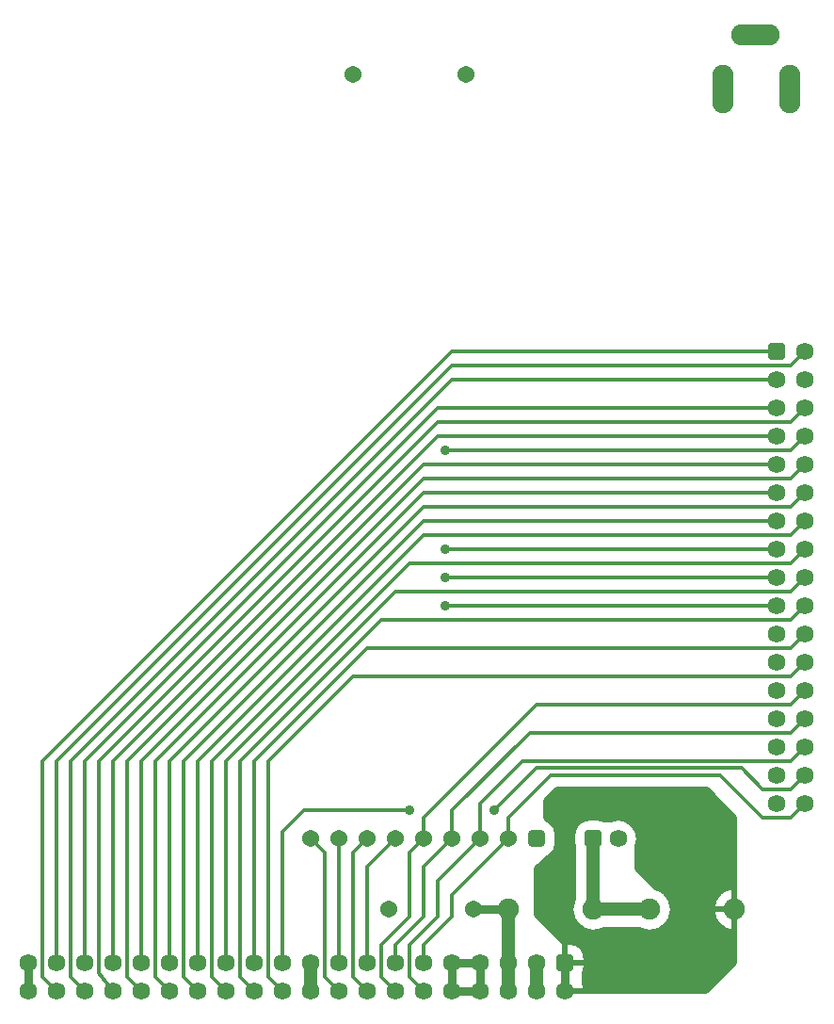
<source format=gbl>
G04*
G04  File:            FDC_SUB1.GBL, Sun May 18 08:49:25 2025*
G04  Source:          P-CAD 2002 PCB (6/400), Version 17.00.50, (N:\DATA1\TNB\FDC\PIC_FDC\SUB1\FDC_SUB1.PCB)*
G04  Format:          Gerber Format (RS-274-D), ASCII*
G04*
G04  Format Options:  Absolute Positioning*
G04                   Leading-Zero Suppression*
G04                   Scale Factor 1:1*
G04                   NO Circular Interpolation*
G04                   Millimeter Units*
G04                   Numeric Format: 5.3 (XXXXX.XXX)*
G04                   G54 Used for Aperture Change*
G04                   Apertures Embedded*
G04*
G04  File Options:    Offset = (0.000mm,0.000mm)*
G04                   Drill Symbol Size = 2.032mm*
G04                   No Pad/Via Holes*
G04*
G04  File Contents:   Pads*
G04                   Vias*
G04                   No Designators*
G04                   No Types*
G04                   No Values*
G04                   No Drill Symbols*
G04                   Bottom*
G04*
%INFDC_SUB1.GBL*%
%ICAS*%
%MOMM*%
G04*
G04  Aperture MACROs for general use --- invoked via D-code assignment *
G04*
G04  General MACRO for flashed round with rotation and/or offset hole *
%AMROTOFFROUND*
1,1,$1,0.0000,0.0000*
1,0,$2,$3,$4*%
G04*
G04  General MACRO for flashed oval (obround) with rotation and/or offset hole *
%AMROTOFFOVAL*
21,1,$1,$2,0.0000,0.0000,$3*
1,1,$4,$5,$6*
1,1,$4,0-$5,0-$6*
1,0,$7,$8,$9*%
G04*
G04  General MACRO for flashed oval (obround) with rotation and no hole *
%AMROTOVALNOHOLE*
21,1,$1,$2,0.0000,0.0000,$3*
1,1,$4,$5,$6*
1,1,$4,0-$5,0-$6*%
G04*
G04  General MACRO for flashed rectangle with rotation and/or offset hole *
%AMROTOFFRECT*
21,1,$1,$2,0.0000,0.0000,$3*
1,0,$4,$5,$6*%
G04*
G04  General MACRO for flashed rectangle with rotation and no hole *
%AMROTRECTNOHOLE*
21,1,$1,$2,0.0000,0.0000,$3*%
G04*
G04  General MACRO for flashed rounded-rectangle *
%AMROUNDRECT*
21,1,$1,$2-$4,0.0000,0.0000,$3*
21,1,$1-$4,$2,0.0000,0.0000,$3*
1,1,$4,$5,$6*
1,1,$4,$7,$8*
1,1,$4,0-$5,0-$6*
1,1,$4,0-$7,0-$8*
1,0,$9,$10,$11*%
G04*
G04  General MACRO for flashed rounded-rectangle with rotation and no hole *
%AMROUNDRECTNOHOLE*
21,1,$1,$2-$4,0.0000,0.0000,$3*
21,1,$1-$4,$2,0.0000,0.0000,$3*
1,1,$4,$5,$6*
1,1,$4,$7,$8*
1,1,$4,0-$5,0-$6*
1,1,$4,0-$7,0-$8*%
G04*
G04  General MACRO for flashed regular polygon *
%AMREGPOLY*
5,1,$1,0.0000,0.0000,$2,$3+$4*
1,0,$5,$6,$7*%
G04*
G04  General MACRO for flashed regular polygon with no hole *
%AMREGPOLYNOHOLE*
5,1,$1,0.0000,0.0000,$2,$3+$4*%
G04*
G04  General MACRO for target *
%AMTARGET*
6,0,0,$1,$2,$3,4,$4,$5,$6*%
G04*
G04  General MACRO for mounting hole *
%AMMTHOLE*
1,1,$1,0,0*
1,0,$2,0,0*
$1=$1-$2*
$1=$1/2*
21,1,$2+$1,$3,0,0,$4*
21,1,$3,$2+$1,0,0,$4*%
G04*
G04*
G04  D10 : "Ellipse X0.254mm Y0.254mm H0.000mm 0.0deg (0.000mm,0.000mm) Draw"*
G04  Disc: OuterDia=0.2540*
%ADD10C, 0.2540*%
G04  D11 : "Ellipse X0.320mm Y0.320mm H0.000mm 0.0deg (0.000mm,0.000mm) Draw"*
G04  Disc: OuterDia=0.3200*
%ADD11C, 0.3200*%
G04  D12 : "Ellipse X0.400mm Y0.400mm H0.000mm 0.0deg (0.000mm,0.000mm) Draw"*
G04  Disc: OuterDia=0.4000*
%ADD12C, 0.4000*%
G04  D13 : "Ellipse X0.500mm Y0.500mm H0.000mm 0.0deg (0.000mm,0.000mm) Draw"*
G04  Disc: OuterDia=0.5000*
%ADD13C, 0.5000*%
G04  D14 : "Ellipse X0.100mm Y0.100mm H0.000mm 0.0deg (0.000mm,0.000mm) Draw"*
G04  Disc: OuterDia=0.1000*
%ADD14C, 0.1000*%
G04  D15 : "Ellipse X0.800mm Y0.800mm H0.000mm 0.0deg (0.000mm,0.000mm) Draw"*
G04  Disc: OuterDia=0.8000*
%ADD15C, 0.8000*%
G04  D16 : "Ellipse X1.000mm Y1.000mm H0.000mm 0.0deg (0.000mm,0.000mm) Draw"*
G04  Disc: OuterDia=1.0000*
%ADD16C, 1.0000*%
G04  D17 : "Ellipse X1.200mm Y1.200mm H0.000mm 0.0deg (0.000mm,0.000mm) Draw"*
G04  Disc: OuterDia=1.2000*
%ADD17C, 1.2000*%
G04  D18 : "Ellipse X0.200mm Y0.200mm H0.000mm 0.0deg (0.000mm,0.000mm) Draw"*
G04  Disc: OuterDia=0.2000*
%ADD18C, 0.2000*%
G04  D19 : "Ellipse X0.250mm Y0.250mm H0.000mm 0.0deg (0.000mm,0.000mm) Draw"*
G04  Disc: OuterDia=0.2500*
%ADD19C, 0.2500*%
G04  D20 : "Ellipse X3.581mm Y3.581mm H0.000mm 0.0deg (0.000mm,0.000mm) Flash"*
G04  Disc: OuterDia=3.5810*
%ADD20C, 3.5810*%
G04  D21 : "Ellipse X3.981mm Y3.981mm H0.000mm 0.0deg (0.000mm,0.000mm) Flash"*
G04  Disc: OuterDia=3.9810*
%ADD21C, 3.9810*%
G04  D22 : "Ellipse X1.540mm Y1.540mm H0.000mm 0.0deg (0.000mm,0.000mm) Flash"*
G04  Disc: OuterDia=1.5400*
%ADD22C, 1.5400*%
G04  D23 : "Ellipse X1.590mm Y1.590mm H0.000mm 0.0deg (0.000mm,0.000mm) Flash"*
G04  Disc: OuterDia=1.5900*
%ADD23C, 1.5900*%
G04  D24 : "Ellipse X1.900mm Y1.900mm H0.000mm 0.0deg (0.000mm,0.000mm) Flash"*
G04  Disc: OuterDia=1.9000*
%ADD24C, 1.9000*%
G04  D25 : "Ellipse X1.921mm Y1.921mm H0.000mm 0.0deg (0.000mm,0.000mm) Flash"*
G04  Disc: OuterDia=1.9210*
%ADD25C, 1.9210*%
G04  D26 : "Ellipse X1.971mm Y1.971mm H0.000mm 0.0deg (0.000mm,0.000mm) Flash"*
G04  Disc: OuterDia=1.9710*
%ADD26C, 1.9710*%
G04  D27 : "Ellipse X2.281mm Y2.281mm H0.000mm 0.0deg (0.000mm,0.000mm) Flash"*
G04  Disc: OuterDia=2.2810*
%ADD27C, 2.2810*%
G04  D28 : "Mounting Hole X3.200mm Y3.200mm H0.000mm 0.0deg (0.000mm,0.000mm) Flash"*
G04  Mounting Hole: Diameter=3.2000, Rotation=0.0, LineWidth=0.1270 *
%ADD28MTHOLE, 3.2000 X2.6920 X0.1270 X0.0*%
G04  D29 : "Mounting Hole X3.600mm Y3.600mm H0.000mm 0.0deg (0.000mm,0.000mm) Flash"*
G04  Mounting Hole: Diameter=3.6000, Rotation=0.0, LineWidth=0.1270 *
%ADD29MTHOLE, 3.6000 X3.0920 X0.1270 X0.0*%
G04  D30 : "Rounded Rectangle X1.540mm Y1.540mm H0.000mm 0.0deg (0.000mm,0.000mm) Flash"*
G04  RoundRct: DimX=1.5400, DimY=1.5400, CornerRad=0.3850, Rotation=0.0, OffsetX=0.0000, OffsetY=0.0000, HoleDia=0.0000 *
%ADD30ROUNDRECTNOHOLE, 1.5400 X1.5400 X0.0 X0.7700 X-0.3850 X-0.3850 X-0.3850 X0.3850*%
G04  D31 : "Rounded Rectangle X1.590mm Y1.590mm H0.000mm 0.0deg (0.000mm,0.000mm) Flash"*
G04  RoundRct: DimX=1.5900, DimY=1.5900, CornerRad=0.3975, Rotation=0.0, OffsetX=0.0000, OffsetY=0.0000, HoleDia=0.0000 *
%ADD31ROUNDRECTNOHOLE, 1.5900 X1.5900 X0.0 X0.7950 X-0.3975 X-0.3975 X-0.3975 X0.3975*%
G04  D32 : "Rounded Rectangle X1.921mm Y1.921mm H0.000mm 0.0deg (0.000mm,0.000mm) Flash"*
G04  RoundRct: DimX=1.9210, DimY=1.9210, CornerRad=0.4803, Rotation=0.0, OffsetX=0.0000, OffsetY=0.0000, HoleDia=0.0000 *
%ADD32ROUNDRECTNOHOLE, 1.9210 X1.9210 X0.0 X0.9605 X-0.4803 X-0.4803 X-0.4803 X0.4803*%
G04  D33 : "Rounded Rectangle X1.971mm Y1.971mm H0.000mm 0.0deg (0.000mm,0.000mm) Flash"*
G04  RoundRct: DimX=1.9710, DimY=1.9710, CornerRad=0.4928, Rotation=0.0, OffsetX=0.0000, OffsetY=0.0000, HoleDia=0.0000 *
%ADD33ROUNDRECTNOHOLE, 1.9710 X1.9710 X0.0 X0.9855 X-0.4928 X-0.4928 X-0.4928 X0.4928*%
G04  D34 : "Rectangle X1.900mm Y1.900mm H0.000mm 0.0deg (0.000mm,0.000mm) Flash"*
G04  Square: Side=1.9000, Rotation=0.0, OffsetX=0.0000, OffsetY=0.0000, HoleDia=0.0000*
%ADD34R, 1.9000 X1.9000*%
G04  D35 : "Rectangle X2.281mm Y2.281mm H0.000mm 0.0deg (0.000mm,0.000mm) Flash"*
G04  Square: Side=2.2810, Rotation=0.0, OffsetX=0.0000, OffsetY=0.0000, HoleDia=0.0000*
%ADD35R, 2.2810 X2.2810*%
G04  D36 : "Ellipse X0.900mm Y0.900mm H0.000mm 0.0deg (0.000mm,0.000mm) Flash"*
G04  Disc: OuterDia=0.9000*
%ADD36C, 0.9000*%
G04  D37 : "Ellipse X1.281mm Y1.281mm H0.000mm 0.0deg (0.000mm,0.000mm) Flash"*
G04  Disc: OuterDia=1.2810*
%ADD37C, 1.2810*%
G04*
%FSLAX53Y53*%
%SFA1B1*%
%OFA0.000B0.000*%
G04*
G71*
G90*
G01*
D2*
%LNBottom*%
G54D11*
X105410Y80962*
X104140Y82232D1*
X113030Y80962D2*
X111760Y82232D1*
X110490Y80962D2*
X109220Y82550D1*
X118110Y80962D2*
X116840Y82232D1*
X120650Y80962D2*
X119380Y82232D1*
X125730Y80962D2*
X124460Y82232D1*
X125730Y95250D2*
X127635Y97155D1*
X135890Y80962D2*
X134620Y82232D1*
X132080D2*
X133350Y80962D1*
Y92075D2*
X135890Y94615D1*
X132080Y93345D2*
X133350Y94615D1*
D2*
G54D15*
X143510Y80962*
X140970D1*
D2*
G54D11*
X139700Y90805*
Y87630D1*
X140970Y89535D2*
Y87630D1*
X138430Y85090*
X143510Y97790D2*
Y94615D1*
X140970Y97155D2*
Y94615D1*
X138430Y96520D2*
Y94615D1*
Y92075D2*
X140970Y94615D1*
X146050Y96520D2*
Y94615D1*
X151765Y100330D2*
X149860D1*
D2*
G54D17*
X153670Y88265*
X158750D1*
D2*
G54D11*
X172720Y97790*
X171450Y96520D1*
X168910*
X172720Y102870D2*
X171450Y101600D1*
X172720Y105410D2*
X171450Y104140D1*
X172720Y110490D2*
X171450Y109220D1*
X172720Y113030D2*
X171450Y111760D1*
X172720Y118110D2*
X171450Y116840D1*
X172720Y120650D2*
X171450Y119380D1*
X172720Y125730D2*
X171450Y124460D1*
X172720Y128270D2*
X171450Y127000D1*
X172720Y133350D2*
X171450Y132080D1*
D2*
G54D15*
X102870Y80962*
Y83502D1*
D2*
G54D17*
X128270Y80962*
Y83502D1*
D2*
G54D11*
X130810*
Y94615D1*
X133350Y92075D2*
Y83502D1*
X132080Y82232D2*
Y93345D1*
X135890Y83502D2*
Y85090D1*
X134620Y82232D2*
Y85090D1*
D2*
G54D15*
X140970Y80962*
Y83502D1*
X143510D2*
X140970D1*
X143510Y80962D2*
Y83502D1*
D2*
G54D11*
Y94615*
X139700Y90805D1*
X138430Y92075D2*
Y87630D1*
Y85090D2*
Y83502D1*
D2*
G54D17*
X148590Y80962*
Y83502D1*
X146050Y80962D2*
Y83502D1*
Y88265D2*
Y83502D1*
D2*
G54D15*
X151130Y80962*
Y83502D1*
D2*
G54D11*
X149860Y100330*
X146050Y96520D1*
D2*
G54D17*
X153670Y94615*
Y88265D1*
D2*
G54D11*
X172720Y100330*
X171450Y99060D1*
X172720Y107950D2*
X171450Y106680D1*
X172720Y123190D2*
X171450Y121920D1*
X172720Y115570D2*
X171450Y114300D1*
Y99060D2*
X168910D1*
X171450Y137160D2*
X172720Y138430D1*
X171450Y129540D2*
X172720Y130810D1*
X105410Y83502D2*
Y101600D1*
X104140Y82232D2*
Y101600D1*
X111760Y82232D2*
Y101600D1*
X110490Y83502D2*
Y101600D1*
X109220Y82550D2*
Y101600D1*
X107950Y83502D2*
Y101600D1*
X113030Y83502D2*
Y101600D1*
X120650Y83502D2*
Y101600D1*
X119380Y82232D2*
Y101600D1*
X115570Y83502D2*
Y101600D1*
X116840Y82232D2*
Y101600D1*
X118110Y83502D2*
Y101600D1*
X123190Y83502D2*
Y101600D1*
X124460Y82232D2*
Y101600D1*
X125730Y83502D2*
Y95250D1*
X107950Y80962D2*
X106680Y82232D1*
X115570Y80962D2*
X114300Y82232D1*
X123190Y80962D2*
X121920Y82232D1*
X130810Y80962D2*
X129540Y82232D1*
X138430Y80962D2*
X137160Y82232D1*
X134620Y85090D2*
X137160Y87630D1*
X135890Y85090D2*
X138430Y87630D1*
X137160Y85090D2*
X139700Y87630D1*
D2*
G54D15*
X142875Y88265*
X146050D1*
D2*
G54D11*
X129540Y93345*
X128270Y94615D1*
X127635Y97155D2*
X137160D1*
X138430Y94615D2*
X137160Y93345D1*
X129540D2*
Y82232D1*
X137160Y93345D2*
Y87630D1*
X140970Y89535D2*
X146050Y94615D1*
X137160Y82232D2*
Y85090D1*
X148590Y100965D2*
X144780Y97155D1*
X147320Y101600D2*
X143510Y97790D1*
X147955Y104140D2*
X140970Y97155D1*
X138430Y96520D2*
X148590Y106680D1*
X167005Y100965D2*
X168910Y99060D1*
X165100Y100330D2*
X168910Y96520D1*
X121920Y82232D2*
Y101600D1*
X114300Y82232D2*
Y101600D1*
X106680Y82232D2*
Y101600D1*
X151765Y100330D2*
X165100D1*
X148590Y100965D2*
X167005D1*
X171450Y101600D2*
X147320D1*
X171450Y104140D2*
X147955D1*
X124460Y101600D2*
X132080Y109220D1*
X133350Y111760D2*
X123190Y101600D1*
X134620Y114300D2*
X121920Y101600D1*
X135890Y116840D2*
X120650Y101600D1*
X119380D2*
X137160Y119380D1*
X118110Y101600D2*
X138430Y121920D1*
X116840Y101600D2*
X138430Y123190D1*
X115570Y101600D2*
X138430Y124460D1*
X148590Y106680D2*
X171450D1*
X114300Y101600D2*
X138430Y125730D1*
X113030Y101600D2*
X138430Y127000D1*
X111760Y101600D2*
X138430Y128270D1*
X110490Y101600D2*
X139700Y130810D1*
X109220Y101600D2*
X139700Y132080D1*
X107950Y101600D2*
X139700Y133350D1*
D2*
G54D13*
X150402Y99020*
X149383Y98001D1*
Y96520*
X149586Y96317*
X150009Y96034*
X150326Y95559*
X150438Y95000*
Y94230*
X150326Y93670*
X150009Y93195*
X149586Y92912*
X148590Y91916*
Y87788*
X151002Y85375*
X151527*
X152092Y85263*
X152571Y84943*
X152891Y84464*
X153003Y83900*
Y83105*
X152891Y82540*
X152876Y82518*
Y81640*
X153011Y80962*
X163830*
X166370Y83502*
Y86225*
X165589Y86381*
X164928Y86823*
X164486Y87484*
X164330Y88265*
X164486Y89045*
X164928Y89706*
X165589Y90148*
X166370Y90304*
Y96520*
X163869Y99020*
X150402*
X155214Y96361D2*
X155892Y96496D1*
X156612Y96352*
X157222Y95945*
X157630Y95334*
X157773Y94615*
X157638Y93936*
Y91916*
X159375Y90179*
X159530Y90148*
X160191Y89706*
X160633Y89045*
X160789Y88265*
X160633Y87484*
X160191Y86823*
X159530Y86381*
X158750Y86225*
X157969Y86381*
X157822Y86479*
X154597*
X154450Y86381*
X153670Y86225*
X152889Y86381*
X152228Y86823*
X151786Y87484*
X151630Y88265*
X151786Y89045*
X151884Y89192*
Y93778*
X151796Y94217*
Y95012*
X151908Y95577*
X152228Y96056*
X152707Y96376*
X153272Y96488*
X154067*
X154632Y96376*
X154654Y96361*
X155214*
X153011Y80962D2*
X163830D1*
X152936Y81337D2*
X164205D1*
X152876Y81712D2*
X164580D1*
X152876Y82087D2*
X164955D1*
X152876Y82462D2*
X165330D1*
X152950Y82837D2*
X165705D1*
X153003Y83212D2*
X166080D1*
X153003Y83587D2*
X166370D1*
X152990Y83962D2*
X166370D1*
X152916Y84337D2*
X166370D1*
X152725Y84712D2*
X166370D1*
X152355Y85087D2*
X166370D1*
X150916Y85462D2*
X166370D1*
X150541Y85837D2*
X166370D1*
X150166Y86212D2*
X166370D1*
X149791Y86587D2*
X152580D1*
X159839D2*
X165280D1*
X149416Y86962D2*
X152134D1*
X160285D2*
X164834D1*
X149041Y87337D2*
X151884D1*
X160535D2*
X164584D1*
X148666Y87712D2*
X151740D1*
X160679D2*
X164440D1*
X148590Y88087D2*
X151666D1*
X160753D2*
X164366D1*
X148590Y88462D2*
X151670D1*
X160749D2*
X164370D1*
X148590Y88837D2*
X151744D1*
X160675D2*
X164444D1*
X148590Y89212D2*
X151884D1*
X160522D2*
X164597D1*
X148590Y89587D2*
X151884D1*
X160271D2*
X164848D1*
X148590Y89962D2*
X151884D1*
X159809D2*
X165310D1*
X148590Y90337D2*
X151884D1*
X159217D2*
X166370D1*
X148590Y90712D2*
X151884D1*
X158842D2*
X166370D1*
X148590Y91087D2*
X151884D1*
X158467D2*
X166370D1*
X148590Y91462D2*
X151884D1*
X158092D2*
X166370D1*
X148590Y91837D2*
X151884D1*
X157717D2*
X166370D1*
X148886Y92212D2*
X151884D1*
X157638D2*
X166370D1*
X149261Y92587D2*
X151884D1*
X157638D2*
X166370D1*
X149660Y92962D2*
X151884D1*
X157638D2*
X166370D1*
X150104Y93337D2*
X151884D1*
X157638D2*
X166370D1*
X150335Y93712D2*
X151884D1*
X157638D2*
X166370D1*
X150409Y94087D2*
X151822D1*
X157668D2*
X166370D1*
X150438Y94462D2*
X151796D1*
X157743D2*
X166370D1*
X150438Y94837D2*
X151796D1*
X157729D2*
X166370D1*
X150395Y95212D2*
X151836D1*
X157654D2*
X166370D1*
X150308Y95587D2*
X151915D1*
X157461D2*
X166370D1*
X150057Y95962D2*
X152166D1*
X157196D2*
X166370D1*
X149566Y96337D2*
X152650D1*
X156635D2*
X166370D1*
X149383Y96712D2*
X166177D1*
X149383Y97087D2*
X165802D1*
X149383Y97462D2*
X165427D1*
X149383Y97837D2*
X165052D1*
X149594Y98212D2*
X164677D1*
X149969Y98587D2*
X164302D1*
X150344Y98962D2*
X163927D1*
X165845Y88265D2*
X164330D1*
X166370Y87740D2*
Y86225D1*
Y88790D2*
Y90304D1*
X151605Y83502D2*
X153003D1*
X151130Y83977D2*
Y85375D1*
X151605Y80962D2*
X153011D1*
D2*
G54D11*
X132080Y109220*
X171450D1*
Y111760D2*
X133350D1*
X171450Y116840D2*
X135890D1*
X137160Y119380D2*
X171450D1*
X140335Y120650D2*
X170180D1*
X140335Y118110D2*
X170180D1*
X140335Y115570D2*
X170180D1*
Y123190D2*
X138430D1*
Y124460D2*
X171450D1*
X170180Y125730D2*
X138430D1*
Y127000D2*
X171450D1*
X170180Y128270D2*
X138430D1*
X170180Y130810D2*
X139700D1*
Y132080D2*
X171450D1*
X170180Y133350D2*
X139700D1*
X170180Y135890D2*
X140970D1*
X170180Y138430D2*
X140970D1*
X134620Y114300D2*
X171450D1*
X138430Y121920D2*
X171450D1*
Y137160D2*
X140970D1*
X171450Y129540D2*
X140335D1*
X106680Y101600D2*
X140970Y135890D1*
Y137160D2*
X105410Y101600D1*
X140970Y138430D2*
X104140Y101600D1*
D2*
G54D36*
X140335Y115570D3*
Y118110D3*
Y120650D3*
X149860Y97155D3*
G54D28*
G54D36*
X140335Y129540D3*
X151130Y98425D3*
X153670D3*
G54D28*
G54D22*
X142875Y88265D3*
X135255D3*
G54D30*
X148590Y94615D3*
G54D22*
X140970D3*
X143510D3*
X133350D3*
X135890D3*
X128270D3*
X146050D3*
X138430D3*
X130810D3*
G54D36*
X152400Y97155D3*
X144780D3*
X137160D3*
G54D22*
X142240Y163353D3*
X132080D3*
G54D29*
G54D24*
X146050Y88265D3*
X153670D3*
X166370D3*
X158750D3*
X165300Y163200D3*
Y162800D3*
Y160800D3*
Y161200D3*
Y161600D3*
Y162400D3*
G54D34*
Y162000D3*
G54D24*
X171300Y160800D3*
Y161200D3*
Y162800D3*
Y163200D3*
Y161600D3*
Y162400D3*
G54D34*
Y162000D3*
G54D24*
X167450Y166900D3*
X169050D3*
G54D34*
X168550D3*
X167950D3*
G54D24*
X167000D3*
X169500D3*
X168250D3*
G54D29*
G54D23*
X172720Y135890D3*
Y138430D3*
Y128270D3*
Y130810D3*
Y120650D3*
Y123190D3*
Y113030D3*
Y115570D3*
Y107950D3*
Y105410D3*
Y100330D3*
Y97790D3*
X170180Y135890D3*
G54D31*
Y138430D3*
G54D23*
Y128270D3*
Y130810D3*
Y120650D3*
Y123190D3*
Y113030D3*
Y115570D3*
Y107950D3*
Y105410D3*
Y100330D3*
Y97790D3*
X172720Y133350D3*
Y125730D3*
Y118110D3*
Y110490D3*
Y102870D3*
X170180Y133350D3*
Y125730D3*
G54D28*
G54D23*
Y118110D3*
Y110490D3*
Y102870D3*
G54D28*
G54D31*
X153670Y94615D3*
G54D23*
X155892D3*
G54D31*
X151130Y83502D3*
G54D23*
Y80962D3*
X146050D3*
X143510D3*
X146050Y83502D3*
X143510D3*
X138430Y80962D3*
X135890D3*
X138430Y83502D3*
X135890D3*
X130810Y80962D3*
X128270D3*
X130810Y83502D3*
X128270D3*
X123190Y80962D3*
X120650D3*
X123190Y83502D3*
X120650D3*
X115570Y80962D3*
X113030D3*
X115570Y83502D3*
X113030D3*
X107950Y80962D3*
X105410D3*
X107950Y83502D3*
X105410D3*
X148590Y80962D3*
Y83502D3*
X140970Y80962D3*
X133350D3*
X125730D3*
X118110D3*
X140970Y83502D3*
X133350D3*
X125730D3*
X118110D3*
X110490Y80962D3*
X102870D3*
X110490Y83502D3*
X102870D3*
D02M02*

</source>
